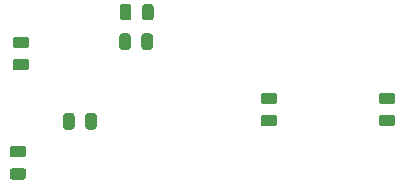
<source format=gbp>
G04 #@! TF.GenerationSoftware,KiCad,Pcbnew,(5.1.6)-1*
G04 #@! TF.CreationDate,2020-09-01T22:28:32+02:00*
G04 #@! TF.ProjectId,UtU,5574552e-6b69-4636-9164-5f7063625858,rev?*
G04 #@! TF.SameCoordinates,Original*
G04 #@! TF.FileFunction,Paste,Bot*
G04 #@! TF.FilePolarity,Positive*
%FSLAX46Y46*%
G04 Gerber Fmt 4.6, Leading zero omitted, Abs format (unit mm)*
G04 Created by KiCad (PCBNEW (5.1.6)-1) date 2020-09-01 22:28:32*
%MOMM*%
%LPD*%
G01*
G04 APERTURE LIST*
G04 APERTURE END LIST*
G04 #@! TO.C,R4*
G36*
G01*
X123512500Y-57206250D02*
X123512500Y-56293750D01*
G75*
G02*
X123756250Y-56050000I243750J0D01*
G01*
X124243750Y-56050000D01*
G75*
G02*
X124487500Y-56293750I0J-243750D01*
G01*
X124487500Y-57206250D01*
G75*
G02*
X124243750Y-57450000I-243750J0D01*
G01*
X123756250Y-57450000D01*
G75*
G02*
X123512500Y-57206250I0J243750D01*
G01*
G37*
G36*
G01*
X121637500Y-57206250D02*
X121637500Y-56293750D01*
G75*
G02*
X121881250Y-56050000I243750J0D01*
G01*
X122368750Y-56050000D01*
G75*
G02*
X122612500Y-56293750I0J-243750D01*
G01*
X122612500Y-57206250D01*
G75*
G02*
X122368750Y-57450000I-243750J0D01*
G01*
X121881250Y-57450000D01*
G75*
G02*
X121637500Y-57206250I0J243750D01*
G01*
G37*
G04 #@! TD*
G04 #@! TO.C,R3*
G36*
G01*
X123450000Y-59706250D02*
X123450000Y-58793750D01*
G75*
G02*
X123693750Y-58550000I243750J0D01*
G01*
X124181250Y-58550000D01*
G75*
G02*
X124425000Y-58793750I0J-243750D01*
G01*
X124425000Y-59706250D01*
G75*
G02*
X124181250Y-59950000I-243750J0D01*
G01*
X123693750Y-59950000D01*
G75*
G02*
X123450000Y-59706250I0J243750D01*
G01*
G37*
G36*
G01*
X121575000Y-59706250D02*
X121575000Y-58793750D01*
G75*
G02*
X121818750Y-58550000I243750J0D01*
G01*
X122306250Y-58550000D01*
G75*
G02*
X122550000Y-58793750I0J-243750D01*
G01*
X122550000Y-59706250D01*
G75*
G02*
X122306250Y-59950000I-243750J0D01*
G01*
X121818750Y-59950000D01*
G75*
G02*
X121575000Y-59706250I0J243750D01*
G01*
G37*
G04 #@! TD*
G04 #@! TO.C,C5*
G36*
G01*
X144706250Y-64550000D02*
X143793750Y-64550000D01*
G75*
G02*
X143550000Y-64306250I0J243750D01*
G01*
X143550000Y-63818750D01*
G75*
G02*
X143793750Y-63575000I243750J0D01*
G01*
X144706250Y-63575000D01*
G75*
G02*
X144950000Y-63818750I0J-243750D01*
G01*
X144950000Y-64306250D01*
G75*
G02*
X144706250Y-64550000I-243750J0D01*
G01*
G37*
G36*
G01*
X144706250Y-66425000D02*
X143793750Y-66425000D01*
G75*
G02*
X143550000Y-66181250I0J243750D01*
G01*
X143550000Y-65693750D01*
G75*
G02*
X143793750Y-65450000I243750J0D01*
G01*
X144706250Y-65450000D01*
G75*
G02*
X144950000Y-65693750I0J-243750D01*
G01*
X144950000Y-66181250D01*
G75*
G02*
X144706250Y-66425000I-243750J0D01*
G01*
G37*
G04 #@! TD*
G04 #@! TO.C,C4*
G36*
G01*
X113706250Y-59800000D02*
X112793750Y-59800000D01*
G75*
G02*
X112550000Y-59556250I0J243750D01*
G01*
X112550000Y-59068750D01*
G75*
G02*
X112793750Y-58825000I243750J0D01*
G01*
X113706250Y-58825000D01*
G75*
G02*
X113950000Y-59068750I0J-243750D01*
G01*
X113950000Y-59556250D01*
G75*
G02*
X113706250Y-59800000I-243750J0D01*
G01*
G37*
G36*
G01*
X113706250Y-61675000D02*
X112793750Y-61675000D01*
G75*
G02*
X112550000Y-61431250I0J243750D01*
G01*
X112550000Y-60943750D01*
G75*
G02*
X112793750Y-60700000I243750J0D01*
G01*
X113706250Y-60700000D01*
G75*
G02*
X113950000Y-60943750I0J-243750D01*
G01*
X113950000Y-61431250D01*
G75*
G02*
X113706250Y-61675000I-243750J0D01*
G01*
G37*
G04 #@! TD*
G04 #@! TO.C,C3*
G36*
G01*
X118700000Y-66456250D02*
X118700000Y-65543750D01*
G75*
G02*
X118943750Y-65300000I243750J0D01*
G01*
X119431250Y-65300000D01*
G75*
G02*
X119675000Y-65543750I0J-243750D01*
G01*
X119675000Y-66456250D01*
G75*
G02*
X119431250Y-66700000I-243750J0D01*
G01*
X118943750Y-66700000D01*
G75*
G02*
X118700000Y-66456250I0J243750D01*
G01*
G37*
G36*
G01*
X116825000Y-66456250D02*
X116825000Y-65543750D01*
G75*
G02*
X117068750Y-65300000I243750J0D01*
G01*
X117556250Y-65300000D01*
G75*
G02*
X117800000Y-65543750I0J-243750D01*
G01*
X117800000Y-66456250D01*
G75*
G02*
X117556250Y-66700000I-243750J0D01*
G01*
X117068750Y-66700000D01*
G75*
G02*
X116825000Y-66456250I0J243750D01*
G01*
G37*
G04 #@! TD*
G04 #@! TO.C,C2*
G36*
G01*
X133793750Y-65450000D02*
X134706250Y-65450000D01*
G75*
G02*
X134950000Y-65693750I0J-243750D01*
G01*
X134950000Y-66181250D01*
G75*
G02*
X134706250Y-66425000I-243750J0D01*
G01*
X133793750Y-66425000D01*
G75*
G02*
X133550000Y-66181250I0J243750D01*
G01*
X133550000Y-65693750D01*
G75*
G02*
X133793750Y-65450000I243750J0D01*
G01*
G37*
G36*
G01*
X133793750Y-63575000D02*
X134706250Y-63575000D01*
G75*
G02*
X134950000Y-63818750I0J-243750D01*
G01*
X134950000Y-64306250D01*
G75*
G02*
X134706250Y-64550000I-243750J0D01*
G01*
X133793750Y-64550000D01*
G75*
G02*
X133550000Y-64306250I0J243750D01*
G01*
X133550000Y-63818750D01*
G75*
G02*
X133793750Y-63575000I243750J0D01*
G01*
G37*
G04 #@! TD*
G04 #@! TO.C,C1*
G36*
G01*
X113456250Y-69050000D02*
X112543750Y-69050000D01*
G75*
G02*
X112300000Y-68806250I0J243750D01*
G01*
X112300000Y-68318750D01*
G75*
G02*
X112543750Y-68075000I243750J0D01*
G01*
X113456250Y-68075000D01*
G75*
G02*
X113700000Y-68318750I0J-243750D01*
G01*
X113700000Y-68806250D01*
G75*
G02*
X113456250Y-69050000I-243750J0D01*
G01*
G37*
G36*
G01*
X113456250Y-70925000D02*
X112543750Y-70925000D01*
G75*
G02*
X112300000Y-70681250I0J243750D01*
G01*
X112300000Y-70193750D01*
G75*
G02*
X112543750Y-69950000I243750J0D01*
G01*
X113456250Y-69950000D01*
G75*
G02*
X113700000Y-70193750I0J-243750D01*
G01*
X113700000Y-70681250D01*
G75*
G02*
X113456250Y-70925000I-243750J0D01*
G01*
G37*
G04 #@! TD*
M02*

</source>
